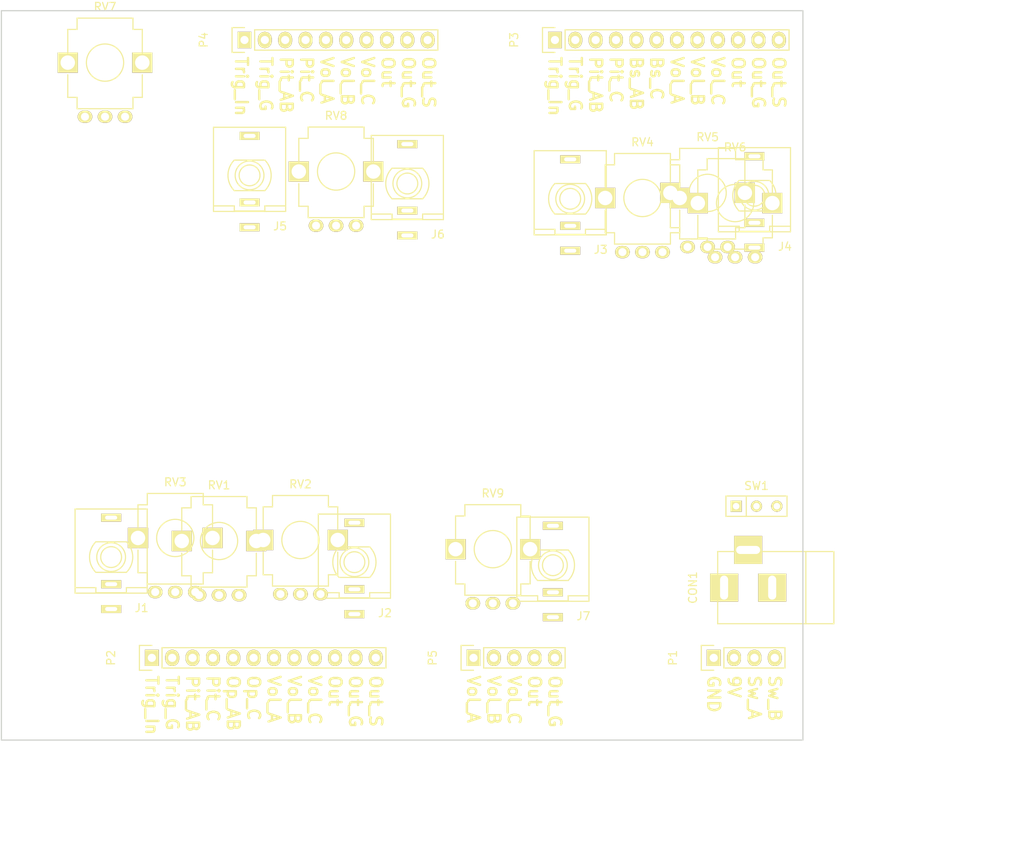
<source format=kicad_pcb>
(kicad_pcb (version 20221018) (generator pcbnew)
  (layers (0 "F.Cu" signal) (31 "B.Cu" signal) (34 "B.Paste" user) (35 "F.Paste" user) (36 "B.SilkS" user "B.Silkscreen") (37 "F.SilkS" user "F.Silkscreen") (38 "B.Mask" user) (39 "F.Mask" user) (44 "Edge.Cuts" user))
  (net 0 "")
  (net 1 "Net-(P3-Pad4)")
  (net 2 "Net-(P4-Pad4)")
  (net 3 "Net-(CON1-Pad1)")
  (net 4 "Net-(CON1-Pad2)")
  (net 5 "Net-(CON1-Pad3)")
  (net 6 "Net-(J1-Pad1)")
  (net 7 "Net-(J1-Pad2)")
  (net 8 "Net-(J1-Pad3)")
  (net 9 "Net-(J2-Pad1)")
  (net 10 "Net-(J2-Pad2)")
  (net 11 "Net-(J2-Pad3)")
  (net 12 "Net-(J3-Pad1)")
  (net 13 "Net-(J3-Pad2)")
  (net 14 "Net-(J3-Pad3)")
  (net 15 "Net-(J4-Pad1)")
  (net 16 "Net-(J4-Pad2)")
  (net 17 "Net-(J4-Pad3)")
  (net 18 "Net-(J5-Pad1)")
  (net 19 "Net-(J5-Pad2)")
  (net 20 "Net-(J5-Pad3)")
  (net 21 "Net-(J6-Pad1)")
  (net 22 "Net-(J6-Pad2)")
  (net 23 "Net-(J6-Pad3)")
  (net 24 "Net-(P1-Pad3)")
  (net 25 "Net-(P1-Pad4)")
  (net 26 "Net-(P2-Pad3)")
  (net 27 "Net-(P2-Pad4)")
  (net 28 "Net-(P2-Pad5)")
  (net 29 "Net-(P2-Pad6)")
  (net 30 "Net-(P2-Pad7)")
  (net 31 "Net-(P2-Pad8)")
  (net 32 "Net-(P2-Pad9)")
  (net 33 "Net-(P3-Pad3)")
  (net 34 "Net-(P3-Pad5)")
  (net 35 "Net-(P3-Pad6)")
  (net 36 "Net-(P3-Pad7)")
  (net 37 "Net-(P3-Pad8)")
  (net 38 "Net-(P3-Pad9)")
  (net 39 "Net-(P4-Pad3)")
  (net 40 "Net-(P4-Pad5)")
  (net 41 "Net-(P4-Pad6)")
  (net 42 "Net-(P4-Pad7)")
  (net 43 "Net-(P5-Pad1)")
  (net 44 "Net-(P5-Pad2)")
  (net 45 "Net-(P5-Pad3)")
  (net 46 "Net-(J7-Pad1)")
  (net 47 "Net-(J7-Pad2)")
  (net 48 "Net-(J7-Pad3)")
  (footprint "Connectors:BARREL_JACK" (layer "F.Cu") (at 126.365 101.981 180)
    (fp_text reference "CON1" (at 10.09904 0 270) (layer "F.SilkS"))
    (fp_text value "BARREL_JACK")
    (pad "1" thru_hole rect (at 6.20014 0 180) (size 3.50012 3.50012) (drill oval 1.00076 2.99974) (layers "*.Cu" "*.Mask" "F.SilkS") (net 3 "Net-(CON1-Pad1)"))
    (pad "2" thru_hole rect (at 0.20066 0 180) (size 3.50012 3.50012) (drill oval 1.00076 2.99974) (layers "*.Cu" "*.Mask" "F.SilkS") (net 4 "Net-(CON1-Pad2)"))
    (pad "3" thru_hole rect (at 3.2004 4.699 180) (size 3.50012 3.50012) (drill oval 2.99974 1.00076) (layers "*.Cu" "*.Mask" "F.SilkS") (net 5 "Net-(CON1-Pad3)"))
  )
  (footprint "KiCAD-SDIY:jack-PJ301M" (layer "F.Cu") (at 43.688 98.171)
    (fp_text reference "J1" (at 3.81 6.35) (layer "F.SilkS"))
    (fp_text value "JACK_2P" hide)
    (pad "1" thru_hole rect (at 0 -4.92) (size 2.5 1) (drill oval 1.5 0.5) (layers "*.Cu" "*.Mask" "F.SilkS") (net 6 "Net-(J1-Pad1)"))
    (pad "2" thru_hole rect (at 0 3.38) (size 2.5 1) (drill oval 1.5 0.5) (layers "*.Cu" "*.Mask" "F.SilkS") (net 7 "Net-(J1-Pad2)"))
    (pad "3" thru_hole rect (at 0 6.48) (size 2.5 1) (drill oval 1.5 0.5) (layers "*.Cu" "*.Mask" "F.SilkS") (net 8 "Net-(J1-Pad3)"))
  )
  (footprint "KiCAD-SDIY:jack-PJ301M" (layer "F.Cu") (at 74.041 98.806)
    (fp_text reference "J2" (at 3.81 6.35) (layer "F.SilkS"))
    (fp_text value "JACK_2P" hide)
    (pad "1" thru_hole rect (at 0 -4.92) (size 2.5 1) (drill oval 1.5 0.5) (layers "*.Cu" "*.Mask" "F.SilkS") (net 9 "Net-(J2-Pad1)"))
    (pad "2" thru_hole rect (at 0 3.38) (size 2.5 1) (drill oval 1.5 0.5) (layers "*.Cu" "*.Mask" "F.SilkS") (net 10 "Net-(J2-Pad2)"))
    (pad "3" thru_hole rect (at 0 6.48) (size 2.5 1) (drill oval 1.5 0.5) (layers "*.Cu" "*.Mask" "F.SilkS") (net 11 "Net-(J2-Pad3)"))
  )
  (footprint "KiCAD-SDIY:jack-PJ301M" (layer "F.Cu") (at 100.965 53.467)
    (fp_text reference "J3" (at 3.81 6.35) (layer "F.SilkS"))
    (fp_text value "JACK_2P" hide)
    (pad "1" thru_hole rect (at 0 -4.92) (size 2.5 1) (drill oval 1.5 0.5) (layers "*.Cu" "*.Mask" "F.SilkS") (net 12 "Net-(J3-Pad1)"))
    (pad "2" thru_hole rect (at 0 3.38) (size 2.5 1) (drill oval 1.5 0.5) (layers "*.Cu" "*.Mask" "F.SilkS") (net 13 "Net-(J3-Pad2)"))
    (pad "3" thru_hole rect (at 0 6.48) (size 2.5 1) (drill oval 1.5 0.5) (layers "*.Cu" "*.Mask" "F.SilkS") (net 14 "Net-(J3-Pad3)"))
  )
  (footprint "KiCAD-SDIY:jack-PJ301M" (layer "F.Cu") (at 123.952 53.086)
    (fp_text reference "J4" (at 3.81 6.35) (layer "F.SilkS"))
    (fp_text value "JACK_2P" hide)
    (pad "1" thru_hole rect (at 0 -4.92) (size 2.5 1) (drill oval 1.5 0.5) (layers "*.Cu" "*.Mask" "F.SilkS") (net 15 "Net-(J4-Pad1)"))
    (pad "2" thru_hole rect (at 0 3.38) (size 2.5 1) (drill oval 1.5 0.5) (layers "*.Cu" "*.Mask" "F.SilkS") (net 16 "Net-(J4-Pad2)"))
    (pad "3" thru_hole rect (at 0 6.48) (size 2.5 1) (drill oval 1.5 0.5) (layers "*.Cu" "*.Mask" "F.SilkS") (net 17 "Net-(J4-Pad3)"))
  )
  (footprint "KiCAD-SDIY:jack-PJ301M" (layer "F.Cu") (at 60.96 50.546)
    (fp_text reference "J5" (at 3.81 6.35) (layer "F.SilkS"))
    (fp_text value "JACK_2P" hide)
    (pad "1" thru_hole rect (at 0 -4.92) (size 2.5 1) (drill oval 1.5 0.5) (layers "*.Cu" "*.Mask" "F.SilkS") (net 18 "Net-(J5-Pad1)"))
    (pad "2" thru_hole rect (at 0 3.38) (size 2.5 1) (drill oval 1.5 0.5) (layers "*.Cu" "*.Mask" "F.SilkS") (net 19 "Net-(J5-Pad2)"))
    (pad "3" thru_hole rect (at 0 6.48) (size 2.5 1) (drill oval 1.5 0.5) (layers "*.Cu" "*.Mask" "F.SilkS") (net 20 "Net-(J5-Pad3)"))
  )
  (footprint "KiCAD-SDIY:jack-PJ301M" (layer "F.Cu") (at 80.645 51.562)
    (fp_text reference "J6" (at 3.81 6.35) (layer "F.SilkS"))
    (fp_text value "JACK_2P" hide)
    (pad "1" thru_hole rect (at 0 -4.92) (size 2.5 1) (drill oval 1.5 0.5) (layers "*.Cu" "*.Mask" "F.SilkS") (net 21 "Net-(J6-Pad1)"))
    (pad "2" thru_hole rect (at 0 3.38) (size 2.5 1) (drill oval 1.5 0.5) (layers "*.Cu" "*.Mask" "F.SilkS") (net 22 "Net-(J6-Pad2)"))
    (pad "3" thru_hole rect (at 0 6.48) (size 2.5 1) (drill oval 1.5 0.5) (layers "*.Cu" "*.Mask" "F.SilkS") (net 23 "Net-(J6-Pad3)"))
  )
  (footprint "Pin_Headers:Pin_Header_Straight_1x04" (layer "F.Cu") (at 118.872 110.744 90)
    (fp_text reference "P1" (at 0 -5.1 90) (layer "F.SilkS"))
    (fp_text value "PWR")
    (pad "1" thru_hole rect (at 0 0 90) (size 2.032 1.7272) (drill 1.016) (layers "*.Cu" "*.Mask" "F.SilkS") (net 3 "Net-(CON1-Pad1)"))
    (pad "2" thru_hole oval (at 0 2.54 90) (size 2.032 1.7272) (drill 1.016) (layers "*.Cu" "*.Mask" "F.SilkS") (net 4 "Net-(CON1-Pad2)"))
    (pad "3" thru_hole oval (at 0 5.08 90) (size 2.032 1.7272) (drill 1.016) (layers "*.Cu" "*.Mask" "F.SilkS") (net 24 "Net-(P1-Pad3)"))
    (pad "4" thru_hole oval (at 0 7.62 90) (size 2.032 1.7272) (drill 1.016) (layers "*.Cu" "*.Mask" "F.SilkS") (net 25 "Net-(P1-Pad4)"))
  )
  (footprint "Pin_Headers:Pin_Header_Straight_1x12" (layer "F.Cu") (at 48.768 110.744 90)
    (fp_text reference "P2" (at 0 -5.1 90) (layer "F.SilkS"))
    (fp_text value "HiHat")
    (pad "1" thru_hole rect (at 0 0 90) (size 2.032 1.7272) (drill 1.016) (layers "*.Cu" "*.Mask" "F.SilkS") (net 6 "Net-(J1-Pad1)"))
    (pad "2" thru_hole oval (at 0 2.54 90) (size 2.032 1.7272) (drill 1.016) (layers "*.Cu" "*.Mask" "F.SilkS") (net 8 "Net-(J1-Pad3)"))
    (pad "3" thru_hole oval (at 0 5.08 90) (size 2.032 1.7272) (drill 1.016) (layers "*.Cu" "*.Mask" "F.SilkS") (net 26 "Net-(P2-Pad3)"))
    (pad "4" thru_hole oval (at 0 7.62 90) (size 2.032 1.7272) (drill 1.016) (layers "*.Cu" "*.Mask" "F.SilkS") (net 27 "Net-(P2-Pad4)"))
    (pad "5" thru_hole oval (at 0 10.16 90) (size 2.032 1.7272) (drill 1.016) (layers "*.Cu" "*.Mask" "F.SilkS") (net 28 "Net-(P2-Pad5)"))
    (pad "6" thru_hole oval (at 0 12.7 90) (size 2.032 1.7272) (drill 1.016) (layers "*.Cu" "*.Mask" "F.SilkS") (net 29 "Net-(P2-Pad6)"))
    (pad "7" thru_hole oval (at 0 15.24 90) (size 2.032 1.7272) (drill 1.016) (layers "*.Cu" "*.Mask" "F.SilkS") (net 30 "Net-(P2-Pad7)"))
    (pad "8" thru_hole oval (at 0 17.78 90) (size 2.032 1.7272) (drill 1.016) (layers "*.Cu" "*.Mask" "F.SilkS") (net 31 "Net-(P2-Pad8)"))
    (pad "9" thru_hole oval (at 0 20.32 90) (size 2.032 1.7272) (drill 1.016) (layers "*.Cu" "*.Mask" "F.SilkS") (net 32 "Net-(P2-Pad9)"))
    (pad "10" thru_hole oval (at 0 22.86 90) (size 2.032 1.7272) (drill 1.016) (layers "*.Cu" "*.Mask" "F.SilkS") (net 9 "Net-(J2-Pad1)"))
    (pad "11" thru_hole oval (at 0 25.4 90) (size 2.032 1.7272) (drill 1.016) (layers "*.Cu" "*.Mask" "F.SilkS") (net 11 "Net-(J2-Pad3)"))
    (pad "12" thru_hole oval (at 0 27.94 90) (size 2.032 1.7272) (drill 1.016) (layers "*.Cu" "*.Mask" "F.SilkS") (net 10 "Net-(J2-Pad2)"))
  )
  (footprint "Pin_Headers:Pin_Header_Straight_1x12" (layer "F.Cu") (at 99.06 33.655 90)
    (fp_text reference "P3" (at 0 -5.1 90) (layer "F.SilkS"))
    (fp_text value "Bassdrum")
    (pad "1" thru_hole rect (at 0 0 90) (size 2.032 1.7272) (drill 1.016) (layers "*.Cu" "*.Mask" "F.SilkS") (net 12 "Net-(J3-Pad1)"))
    (pad "2" thru_hole oval (at 0 2.54 90) (size 2.032 1.7272) (drill 1.016) (layers "*.Cu" "*.Mask" "F.SilkS") (net 14 "Net-(J3-Pad3)"))
    (pad "3" thru_hole oval (at 0 5.08 90) (size 2.032 1.7272) (drill 1.016) (layers "*.Cu" "*.Mask" "F.SilkS") (net 33 "Net-(P3-Pad3)"))
    (pad "4" thru_hole oval (at 0 7.62 90) (size 2.032 1.7272) (drill 1.016) (layers "*.Cu" "*.Mask" "F.SilkS") (net 1 "Net-(P3-Pad4)"))
    (pad "5" thru_hole oval (at 0 10.16 90) (size 2.032 1.7272) (drill 1.016) (layers "*.Cu" "*.Mask" "F.SilkS") (net 34 "Net-(P3-Pad5)"))
    (pad "6" thru_hole oval (at 0 12.7 90) (size 2.032 1.7272) (drill 1.016) (layers "*.Cu" "*.Mask" "F.SilkS") (net 35 "Net-(P3-Pad6)"))
    (pad "7" thru_hole oval (at 0 15.24 90) (size 2.032 1.7272) (drill 1.016) (layers "*.Cu" "*.Mask" "F.SilkS") (net 36 "Net-(P3-Pad7)"))
    (pad "8" thru_hole oval (at 0 17.78 90) (size 2.032 1.7272) (drill 1.016) (layers "*.Cu" "*.Mask" "F.SilkS") (net 37 "Net-(P3-Pad8)"))
    (pad "9" thru_hole oval (at 0 20.32 90) (size 2.032 1.7272) (drill 1.016) (layers "*.Cu" "*.Mask" "F.SilkS") (net 38 "Net-(P3-Pad9)"))
    (pad "10" thru_hole oval (at 0 22.86 90) (size 2.032 1.7272) (drill 1.016) (layers "*.Cu" "*.Mask" "F.SilkS") (net 15 "Net-(J4-Pad1)"))
    (pad "11" thru_hole oval (at 0 25.4 90) (size 2.032 1.7272) (drill 1.016) (layers "*.Cu" "*.Mask" "F.SilkS") (net 17 "Net-(J4-Pad3)"))
    (pad "12" thru_hole oval (at 0 27.94 90) (size 2.032 1.7272) (drill 1.016) (layers "*.Cu" "*.Mask" "F.SilkS") (net 16 "Net-(J4-Pad2)"))
  )
  (footprint "Pin_Headers:Pin_Header_Straight_1x10" (layer "F.Cu") (at 60.325 33.655 90)
    (fp_text reference "P4" (at 0 -5.1 90) (layer "F.SilkS"))
    (fp_text value "Snare")
    (pad "1" thru_hole rect (at 0 0 90) (size 2.032 1.7272) (drill 1.016) (layers "*.Cu" "*.Mask" "F.SilkS") (net 18 "Net-(J5-Pad1)"))
    (pad "2" thru_hole oval (at 0 2.54 90) (size 2.032 1.7272) (drill 1.016) (layers "*.Cu" "*.Mask" "F.SilkS") (net 20 "Net-(J5-Pad3)"))
    (pad "3" thru_hole oval (at 0 5.08 90) (size 2.032 1.7272) (drill 1.016) (layers "*.Cu" "*.Mask" "F.SilkS") (net 39 "Net-(P4-Pad3)"))
    (pad "4" thru_hole oval (at 0 7.62 90) (size 2.032 1.7272) (drill 1.016) (layers "*.Cu" "*.Mask" "F.SilkS") (net 2 "Net-(P4-Pad4)"))
    (pad "5" thru_hole oval (at 0 10.16 90) (size 2.032 1.7272) (drill 1.016) (layers "*.Cu" "*.Mask" "F.SilkS") (net 40 "Net-(P4-Pad5)"))
    (pad "6" thru_hole oval (at 0 12.7 90) (size 2.032 1.7272) (drill 1.016) (layers "*.Cu" "*.Mask" "F.SilkS") (net 41 "Net-(P4-Pad6)"))
    (pad "7" thru_hole oval (at 0 15.24 90) (size 2.032 1.7272) (drill 1.016) (layers "*.Cu" "*.Mask" "F.SilkS") (net 42 "Net-(P4-Pad7)"))
    (pad "8" thru_hole oval (at 0 17.78 90) (size 2.032 1.7272) (drill 1.016) (layers "*.Cu" "*.Mask" "F.SilkS") (net 21 "Net-(J6-Pad1)"))
    (pad "9" thru_hole oval (at 0 20.32 90) (size 2.032 1.7272) (drill 1.016) (layers "*.Cu" "*.Mask" "F.SilkS") (net 23 "Net-(J6-Pad3)"))
    (pad "10" thru_hole oval (at 0 22.86 90) (size 2.032 1.7272) (drill 1.016) (layers "*.Cu" "*.Mask" "F.SilkS") (net 22 "Net-(J6-Pad2)"))
  )
  (footprint "KiCAD-SDIY:pot_alpha-9mm--vertical" (layer "F.Cu") (at 57.15 96.266)
    (fp_text reference "RV1" (at 0 -7.0625) (layer "F.SilkS"))
    (fp_text value "POT" hide)
    (pad "" thru_hole rect (at -4.65 -0.1) (size 2.524 2.524) (drill 1.8) (layers "*.Cu" "*.Mask" "F.SilkS"))
    (pad "" thru_hole rect (at 4.65 -0.1) (size 2.524 2.524) (drill 1.8) (layers "*.Cu" "*.Mask" "F.SilkS"))
    (pad "1" thru_hole oval (at -2.5 6.65) (size 1.824 1.524) (drill 1) (layers "*.Cu" "*.Mask" "F.SilkS") (net 26 "Net-(P2-Pad3)"))
    (pad "2" thru_hole oval (at 0 6.65) (size 1.824 1.524) (drill 1) (layers "*.Cu" "*.Mask" "F.SilkS") (net 26 "Net-(P2-Pad3)"))
    (pad "3" thru_hole oval (at 2.5 6.65) (size 1.824 1.524) (drill 1) (layers "*.Cu" "*.Mask" "F.SilkS") (net 27 "Net-(P2-Pad4)"))
  )
  (footprint "KiCAD-SDIY:pot_alpha-9mm--vertical" (layer "F.Cu") (at 67.31 96.139)
    (fp_text reference "RV2" (at 0 -7.0625) (layer "F.SilkS"))
    (fp_text value "POT" hide)
    (pad "" thru_hole rect (at -4.65 -0.1) (size 2.524 2.524) (drill 1.8) (layers "*.Cu" "*.Mask" "F.SilkS"))
    (pad "" thru_hole rect (at 4.65 -0.1) (size 2.524 2.524) (drill 1.8) (layers "*.Cu" "*.Mask" "F.SilkS"))
    (pad "1" thru_hole oval (at -2.5 6.65) (size 1.824 1.524) (drill 1) (layers "*.Cu" "*.Mask" "F.SilkS") (net 28 "Net-(P2-Pad5)"))
    (pad "2" thru_hole oval (at 0 6.65) (size 1.824 1.524) (drill 1) (layers "*.Cu" "*.Mask" "F.SilkS") (net 28 "Net-(P2-Pad5)"))
    (pad "3" thru_hole oval (at 2.5 6.65) (size 1.824 1.524) (drill 1) (layers "*.Cu" "*.Mask" "F.SilkS") (net 29 "Net-(P2-Pad6)"))
  )
  (footprint "KiCAD-SDIY:pot_alpha-9mm--vertical" (layer "F.Cu") (at 51.689 95.885)
    (fp_text reference "RV3" (at 0 -7.0625) (layer "F.SilkS"))
    (fp_text value "POT" hide)
    (pad "" thru_hole rect (at -4.65 -0.1) (size 2.524 2.524) (drill 1.8) (layers "*.Cu" "*.Mask" "F.SilkS"))
    (pad "" thru_hole rect (at 4.65 -0.1) (size 2.524 2.524) (drill 1.8) (layers "*.Cu" "*.Mask" "F.SilkS"))
    (pad "1" thru_hole oval (at -2.5 6.65) (size 1.824 1.524) (drill 1) (layers "*.Cu" "*.Mask" "F.SilkS") (net 30 "Net-(P2-Pad7)"))
    (pad "2" thru_hole oval (at 0 6.65) (size 1.824 1.524) (drill 1) (layers "*.Cu" "*.Mask" "F.SilkS") (net 31 "Net-(P2-Pad8)"))
    (pad "3" thru_hole oval (at 2.5 6.65) (size 1.824 1.524) (drill 1) (layers "*.Cu" "*.Mask" "F.SilkS") (net 32 "Net-(P2-Pad9)"))
  )
  (footprint "KiCAD-SDIY:pot_alpha-9mm--vertical" (layer "F.Cu") (at 109.982 53.467)
    (fp_text reference "RV4" (at 0 -7.0625) (layer "F.SilkS"))
    (fp_text value "POT" hide)
    (pad "" thru_hole rect (at -4.65 -0.1) (size 2.524 2.524) (drill 1.8) (layers "*.Cu" "*.Mask" "F.SilkS"))
    (pad "" thru_hole rect (at 4.65 -0.1) (size 2.524 2.524) (drill 1.8) (layers "*.Cu" "*.Mask" "F.SilkS"))
    (pad "1" thru_hole oval (at -2.5 6.65) (size 1.824 1.524) (drill 1) (layers "*.Cu" "*.Mask" "F.SilkS") (net 33 "Net-(P3-Pad3)"))
    (pad "2" thru_hole oval (at 0 6.65) (size 1.824 1.524) (drill 1) (layers "*.Cu" "*.Mask" "F.SilkS") (net 33 "Net-(P3-Pad3)"))
    (pad "3" thru_hole oval (at 2.5 6.65) (size 1.824 1.524) (drill 1) (layers "*.Cu" "*.Mask" "F.SilkS") (net 1 "Net-(P3-Pad4)"))
  )
  (footprint "KiCAD-SDIY:pot_alpha-9mm--vertical" (layer "F.Cu") (at 118.11 52.832)
    (fp_text reference "RV5" (at 0 -7.0625) (layer "F.SilkS"))
    (fp_text value "POT" hide)
    (pad "" thru_hole rect (at -4.65 -0.1) (size 2.524 2.524) (drill 1.8) (layers "*.Cu" "*.Mask" "F.SilkS"))
    (pad "" thru_hole rect (at 4.65 -0.1) (size 2.524 2.524) (drill 1.8) (layers "*.Cu" "*.Mask" "F.SilkS"))
    (pad "1" thru_hole oval (at -2.5 6.65) (size 1.824 1.524) (drill 1) (layers "*.Cu" "*.Mask" "F.SilkS") (net 34 "Net-(P3-Pad5)"))
    (pad "2" thru_hole oval (at 0 6.65) (size 1.824 1.524) (drill 1) (layers "*.Cu" "*.Mask" "F.SilkS") (net 34 "Net-(P3-Pad5)"))
    (pad "3" thru_hole oval (at 2.5 6.65) (size 1.824 1.524) (drill 1) (layers "*.Cu" "*.Mask" "F.SilkS") (net 35 "Net-(P3-Pad6)"))
  )
  (footprint "KiCAD-SDIY:pot_alpha-9mm--vertical" (layer "F.Cu") (at 121.539 54.102)
    (fp_text reference "RV6" (at 0 -7.0625) (layer "F.SilkS"))
    (fp_text value "POT" hide)
    (pad "" thru_hole rect (at -4.65 -0.1) (size 2.524 2.524) (drill 1.8) (layers "*.Cu" "*.Mask" "F.SilkS"))
    (pad "" thru_hole rect (at 4.65 -0.1) (size 2.524 2.524) (drill 1.8) (layers "*.Cu" "*.Mask" "F.SilkS"))
    (pad "1" thru_hole oval (at -2.5 6.65) (size 1.824 1.524) (drill 1) (layers "*.Cu" "*.Mask" "F.SilkS") (net 36 "Net-(P3-Pad7)"))
    (pad "2" thru_hole oval (at 0 6.65) (size 1.824 1.524) (drill 1) (layers "*.Cu" "*.Mask" "F.SilkS") (net 37 "Net-(P3-Pad8)"))
    (pad "3" thru_hole oval (at 2.5 6.65) (size 1.824 1.524) (drill 1) (layers "*.Cu" "*.Mask" "F.SilkS") (net 38 "Net-(P3-Pad9)"))
  )
  (footprint "KiCAD-SDIY:pot_alpha-9mm--vertical" (layer "F.Cu") (at 42.926 36.576)
    (fp_text reference "RV7" (at 0 -7.0625) (layer "F.SilkS"))
    (fp_text value "POT" hide)
    (pad "" thru_hole rect (at -4.65 -0.1) (size 2.524 2.524) (drill 1.8) (layers "*.Cu" "*.Mask" "F.SilkS"))
    (pad "" thru_hole rect (at 4.65 -0.1) (size 2.524 2.524) (drill 1.8) (layers "*.Cu" "*.Mask" "F.SilkS"))
    (pad "1" thru_hole oval (at -2.5 6.65) (size 1.824 1.524) (drill 1) (layers "*.Cu" "*.Mask" "F.SilkS") (net 39 "Net-(P4-Pad3)"))
    (pad "2" thru_hole oval (at 0 6.65) (size 1.824 1.524) (drill 1) (layers "*.Cu" "*.Mask" "F.SilkS") (net 39 "Net-(P4-Pad3)"))
    (pad "3" thru_hole oval (at 2.5 6.65) (size 1.824 1.524) (drill 1) (layers "*.Cu" "*.Mask" "F.SilkS") (net 2 "Net-(P4-Pad4)"))
  )
  (footprint "KiCAD-SDIY:pot_alpha-9mm--vertical" (layer "F.Cu") (at 71.755 50.165)
    (fp_text reference "RV8" (at 0 -7.0625) (layer "F.SilkS"))
    (fp_text value "POT" hide)
    (pad "" thru_hole rect (at -4.65 -0.1) (size 2.524 2.524) (drill 1.8) (layers "*.Cu" "*.Mask" "F.SilkS"))
    (pad "" thru_hole rect (at 4.65 -0.1) (size 2.524 2.524) (drill 1.8) (layers "*.Cu" "*.Mask" "F.SilkS"))
    (pad "1" thru_hole oval (at -2.5 6.65) (size 1.824 1.524) (drill 1) (layers "*.Cu" "*.Mask" "F.SilkS") (net 40 "Net-(P4-Pad5)"))
    (pad "2" thru_hole oval (at 0 6.65) (size 1.824 1.524) (drill 1) (layers "*.Cu" "*.Mask" "F.SilkS") (net 41 "Net-(P4-Pad6)"))
    (pad "3" thru_hole oval (at 2.5 6.65) (size 1.824 1.524) (drill 1) (layers "*.Cu" "*.Mask" "F.SilkS") (net 42 "Net-(P4-Pad7)"))
  )
  (footprint "Buttons_Switches_THT:SW_Micro_SPST" (layer "F.Cu") (at 124.206 91.821)
    (fp_text reference "SW1" (at 0 -2.54) (layer "F.SilkS"))
    (fp_text value "SPST")
    (pad "1" thru_hole rect (at -2.54 0) (size 1.397 1.397) (drill 0.8128) (layers "*.Cu" "*.Mask" "F.SilkS") (net 24 "Net-(P1-Pad3)"))
    (pad "2" thru_hole circle (at 0 0) (size 1.397 1.397) (drill 0.8128) (layers "*.Cu" "*.Mask" "F.SilkS") (net 25 "Net-(P1-Pad4)"))
    (pad "3" thru_hole circle (at 2.54 0) (size 1.397 1.397) (drill 0.8128) (layers "*.Cu" "*.Mask" "F.SilkS"))
  )
  (footprint "Pin_Headers:Pin_Header_Straight_1x05" (layer "F.Cu") (at 88.9 110.744 90)
    (fp_text reference "P5" (at 0 -5.1 90) (layer "F.SilkS"))
    (fp_text value "OUTPUT")
    (pad "1" thru_hole rect (at 0 0 90) (size 2.032 1.7272) (drill 1.016) (layers "*.Cu" "*.Mask" "F.SilkS") (net 43 "Net-(P5-Pad1)"))
    (pad "2" thru_hole oval (at 0 2.54 90) (size 2.032 1.7272) (drill 1.016) (layers "*.Cu" "*.Mask" "F.SilkS") (net 44 "Net-(P5-Pad2)"))
    (pad "3" thru_hole oval (at 0 5.08 90) (size 2.032 1.7272) (drill 1.016) (layers "*.Cu" "*.Mask" "F.SilkS") (net 45 "Net-(P5-Pad3)"))
    (pad "4" thru_hole oval (at 0 7.62 90) (size 2.032 1.7272) (drill 1.016) (layers "*.Cu" "*.Mask" "F.SilkS") (net 46 "Net-(J7-Pad1)"))
    (pad "5" thru_hole oval (at 0 10.16 90) (size 2.032 1.7272) (drill 1.016) (layers "*.Cu" "*.Mask" "F.SilkS") (net 48 "Net-(J7-Pad3)"))
  )
  (footprint "KiCAD-SDIY:jack-PJ301M" (layer "F.Cu") (at 98.806 99.187)
    (fp_text reference "J7" (at 3.81 6.35) (layer "F.SilkS"))
    (fp_text value "JACK_2P" hide)
    (pad "1" thru_hole rect (at 0 -4.92) (size 2.5 1) (drill oval 1.5 0.5) (layers "*.Cu" "*.Mask" "F.SilkS") (net 46 "Net-(J7-Pad1)"))
    (pad "2" thru_hole rect (at 0 3.38) (size 2.5 1) (drill oval 1.5 0.5) (layers "*.Cu" "*.Mask" "F.SilkS") (net 47 "Net-(J7-Pad2)"))
    (pad "3" thru_hole rect (at 0 6.48) (size 2.5 1) (drill oval 1.5 0.5) (layers "*.Cu" "*.Mask" "F.SilkS") (net 48 "Net-(J7-Pad3)"))
  )
  (footprint "KiCAD-SDIY:pot_alpha-9mm--vertical" (layer "F.Cu") (at 91.313 97.282)
    (fp_text reference "RV9" (at 0 -7.0625) (layer "F.SilkS"))
    (fp_text value "POT" hide)
    (pad "" thru_hole rect (at -4.65 -0.1) (size 2.524 2.524) (drill 1.8) (layers "*.Cu" "*.Mask" "F.SilkS"))
    (pad "" thru_hole rect (at 4.65 -0.1) (size 2.524 2.524) (drill 1.8) (layers "*.Cu" "*.Mask" "F.SilkS"))
    (pad "1" thru_hole oval (at -2.5 6.65) (size 1.824 1.524) (drill 1) (layers "*.Cu" "*.Mask" "F.SilkS") (net 43 "Net-(P5-Pad1)"))
    (pad "2" thru_hole oval (at 0 6.65) (size 1.824 1.524) (drill 1) (layers "*.Cu" "*.Mask" "F.SilkS") (net 44 "Net-(P5-Pad2)"))
    (pad "3" thru_hole oval (at 2.5 6.65) (size 1.824 1.524) (drill 1) (layers "*.Cu" "*.Mask" "F.SilkS") (net 45 "Net-(P5-Pad3)"))
  )
  (gr_line (start 30 30) (end 30 121) (stroke (width 0.15)) (layer "Edge.Cuts"))
  (gr_line (start 30 121) (end 130 121) (stroke (width 0.15)) (layer "Edge.Cuts"))
  (gr_line (start 130 30) (end 30 30) (stroke (width 0.15)) (layer "Edge.Cuts"))
  (gr_line (start 130 121) (end 130 30) (stroke (width 0.15)) (layer "Edge.Cuts"))
  (gr_text "Vol_A" (at 88.9 112.776 270) (layer "F.SilkS") (effects (font (size 1.5 1.5) (thickness 0.3)) (justify left)))
  (gr_text "Pit_AB" (at 53.848 112.776 270) (layer "F.SilkS") (effects (font (size 1.5 1.5) (thickness 0.3)) (justify left)))
  (gr_text "Bs_C" (at 111.76 35.56 270) (layer "F.SilkS") (effects (font (size 1.5 1.5) (thickness 0.3)) (justify left)))
  (gr_text "Trig_In" (at 99.06 35.56 270) (layer "F.SilkS") (effects (font (size 1.5 1.5) (thickness 0.3)) (justify left)))
  (gr_text "Trig_G" (at 101.6 35.56 270) (layer "F.SilkS") (effects (font (size 1.5 1.5) (thickness 0.3)) (justify left)))
  (gr_text "Sw_B" (at 126.492 112.776 270) (layer "F.SilkS") (effects (font (size 1.5 1.5) (thickness 0.3)) (justify left)))
  (gr_text "Trig_G" (at 51.308 112.776 270) (layer "F.SilkS") (effects (font (size 1.5 1.5) (thickness 0.3)) (justify left)))
  (gr_text "Pit_AB" (at 104.14 35.56 270) (layer "F.SilkS") (effects (font (size 1.5 1.5) (thickness 0.3)) (justify left)))
  (gr_text "Vol_C" (at 119.38 35.56 270) (layer "F.SilkS") (effects (font (size 1.5 1.5) (thickness 0.3)) (justify left)))
  (gr_text "Vol_B" (at 66.548 112.776 270) (layer "F.SilkS") (effects (font (size 1.5 1.5) (thickness 0.3)) (justify left)))
  (gr_text "Op_AB" (at 58.928 112.776 270) (layer "F.SilkS") (effects (font (size 1.5 1.5) (thickness 0.3)) (justify left)))
  (gr_text "Op_C" (at 61.468 112.776 270) (layer "F.SilkS") (effects (font (size 1.5 1.5) (thickness 0.3)) (justify left)))
  (gr_text "Pit_C" (at 106.68 35.56 270) (layer "F.SilkS") (effects (font (size 1.5 1.5) (thickness 0.3)) (justify left)))
  (gr_text "Out" (at 71.628 112.776 270) (layer "F.SilkS") (effects (font (size 1.5 1.5) (thickness 0.3)) (justify left)))
  (gr_text "Trig_In" (at 59.944 35.56 270) (layer "F.SilkS") (effects (font (size 1.5 1.5) (thickness 0.3)) (justify left)))
  (gr_text "GND" (at 118.872 112.776 270) (layer "F.SilkS") (effects (font (size 1.5 1.5) (thickness 0.3)) (justify left)))
  (gr_text "Bs_AB" (at 109.22 35.56 270) (layer "F.SilkS") (effects (font (size 1.5 1.5) (thickness 0.3)) (justify left)))
  (gr_text "Out_G" (at 99.06 112.776 270) (layer "F.SilkS") (effects (font (size 1.5 1.5) (thickness 0.3)) (justify left)))
  (gr_text "Out" (at 121.92 35.56 270) (layer "F.SilkS") (effects (font (size 1.5 1.5) (thickness 0.3)) (justify left)))
  (gr_text "Out_G" (at 74.168 112.776 270) (layer "F.SilkS") (effects (font (size 1.5 1.5) (thickness 0.3)) (justify left)))
  (gr_text "Out" (at 96.52 112.776 270) (layer "F.SilkS") (effects (font (size 1.5 1.5) (thickness 0.3)) (justify left)))
  (gr_text "Vol_B" (at 91.44 112.776 270) (layer "F.SilkS") (effects (font (size 1.5 1.5) (thickness 0.3)) (justify left)))
  (gr_text "Vol_C" (at 69.088 112.776 270) (layer "F.SilkS") (effects (font (size 1.5 1.5) (thickness 0.3)) (justify left)))
  (gr_text "Out_S" (at 76.708 112.776 270) (layer "F.SilkS") (effects (font (size 1.5 1.5) (thickness 0.3)) (justify left)))
  (gr_text "Vol_A" (at 64.008 112.776 270) (layer "F.SilkS") (effects (font (size 1.5 1.5) (thickness 0.3)) (justify left)))
  (gr_text "Out" (at 78.232 35.56 270) (layer "F.SilkS") (effects (font (size 1.5 1.5) (thickness 0.3)) (justify left)))
  (gr_text "Pit_AB" (at 65.532 35.56 270) (layer "F.SilkS") (effects (font (size 1.5 1.5) (thickness 0.3)) (justify left)))
  (gr_text "Vol_C" (at 93.98 112.776 270) (layer "F.SilkS") (effects (font (size 1.5 1.5) (thickness 0.3)) (justify left)))
  (gr_text "Vol_A" (at 70.612 35.56 270) (layer "F.SilkS") (effects (font (size 1.5 1.5) (thickness 0.3)) (justify left)))
  (gr_text "Pit_C" (at 56.388 112.776 270) (layer "F.SilkS") (effects (font (size 1.5 1.5) (thickness 0.3)) (justify left)))
  (gr_text "Vol_B" (at 73.152 35.56 270) (layer "F.SilkS") (effects (font (size 1.5 1.5) (thickness 0.3)) (justify left)))
  (gr_text "9V" (at 121.412 112.776 270) (layer "F.SilkS") (effects (font (size 1.5 1.5) (thickness 0.3)) (justify left)))
  (gr_text "Out_S" (at 127 35.56 270) (layer "F.SilkS") (effects (font (size 1.5 1.5) (thickness 0.3)) (justify left)))
  (gr_text "Out_G" (at 80.772 35.56 270) (layer "F.SilkS") (effects (font (size 1.5 1.5) (thickness 0.3)) (justify left)))
  (gr_text "Sw_A" (at 123.952 112.776 270) (layer "F.SilkS") (effects (font (size 1.5 1.5) (thickness 0.3)) (justify left)))
  (gr_text "Pit_C" (at 68.072 35.56 270) (layer "F.SilkS") (effects (font (size 1.5 1.5) (thickness 0.3)) (justify left)))
  (gr_text "Vol_B" (at 116.84 35.56 270) (layer "F.SilkS") (effects (font (size 1.5 1.5) (thickness 0.3)) (justify left)))
  (gr_text "Vol_C" (at 75.692 35.56 270) (layer "F.SilkS") (effects (font (size 1.5 1.5) (thickness 0.3)) (justify left)))
  (gr_text "Trig_In" (at 48.768 112.776 270) (layer "F.SilkS") (effects (font (size 1.5 1.5) (thickness 0.3)) (justify left)))
  (gr_text "Out_S" (at 83.312 35.56 270) (layer "F.SilkS") (effects (font (size 1.5 1.5) (thickness 0.3)) (justify left)))
  (gr_text "Vol_A" (at 114.3 35.56 270) (layer "F.SilkS") (effects (font (size 1.5 1.5) (thickness 0.3)) (justify left)))
  (gr_text "Out_G" (at 124.46 35.56 270) (layer "F.SilkS") (effects (font (size 1.5 1.5) (thickness 0.3)) (justify left)))
  (gr_text "Trig_G" (at 62.992 35.56 270) (layer "F.SilkS") (effects (font (size 1.5 1.5) (thickness 0.3)) (justify left)))
)
</source>
